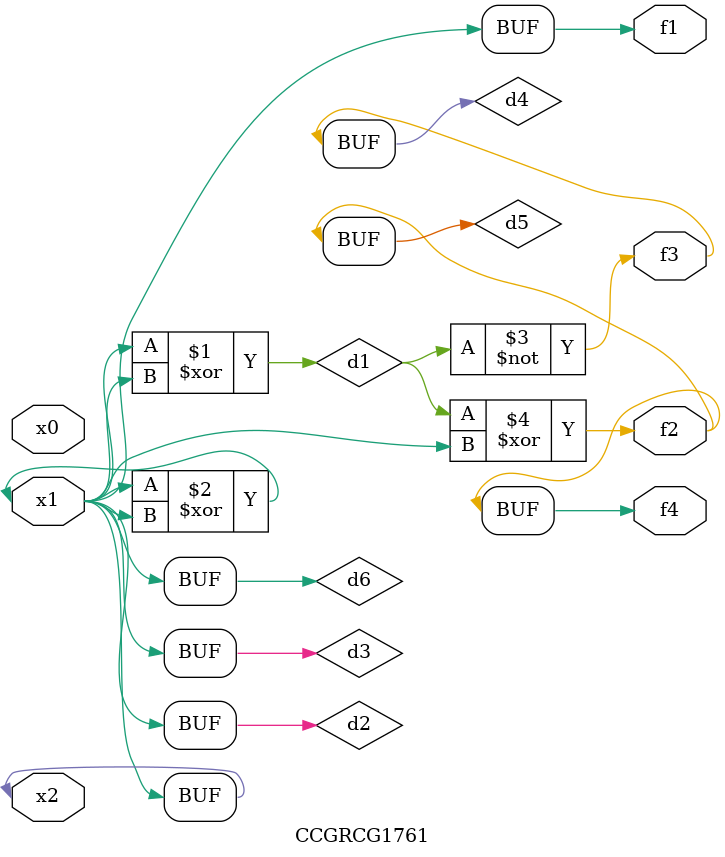
<source format=v>
module CCGRCG1761(
	input x0, x1, x2,
	output f1, f2, f3, f4
);

	wire d1, d2, d3, d4, d5, d6;

	xor (d1, x1, x2);
	buf (d2, x1, x2);
	xor (d3, x1, x2);
	nor (d4, d1);
	xor (d5, d1, d2);
	buf (d6, d2, d3);
	assign f1 = d6;
	assign f2 = d5;
	assign f3 = d4;
	assign f4 = d5;
endmodule

</source>
